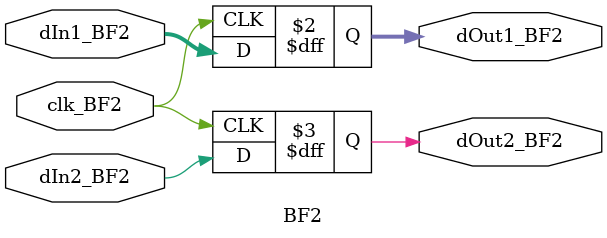
<source format=v>
module BF2(
    input [31:0]dIn1_BF2,
    input dIn2_BF2, clk_BF2,
	output reg [31:0]dOut1_BF2,
    output reg dOut2_BF2
);
// Conexiones 


// Cuerpo del modulo
always@(posedge clk_BF2)
begin
   dOut1_BF2 <= dIn1_BF2;
   dOut2_BF2 <= dIn2_BF2;
end

endmodule

</source>
